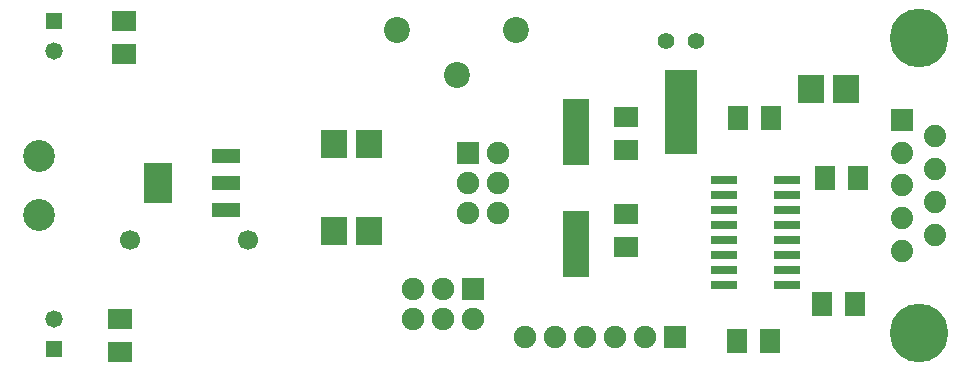
<source format=gbr>
G04 DipTrace 2.4.0.2*
%INÂåðõíÿÿìàñêà.gbr*%
%MOIN*%
%ADD46C,0.0669*%
%ADD57C,0.0559*%
%ADD59R,0.0866X0.2244*%
%ADD61R,0.0925X0.1358*%
%ADD63R,0.0925X0.0453*%
%ADD69R,0.0866X0.0315*%
%ADD73R,0.1063X0.2835*%
%ADD81C,0.1063*%
%ADD83C,0.1953*%
%ADD85C,0.0744*%
%ADD87R,0.0744X0.0744*%
%ADD89C,0.0748*%
%ADD91R,0.0748X0.0748*%
%ADD93R,0.0579X0.0579*%
%ADD95C,0.0579*%
%ADD97R,0.0866X0.0945*%
%ADD98R,0.0709X0.0787*%
%ADD100R,0.0787X0.0709*%
%ADD102C,0.0866*%
%FSLAX44Y44*%
G04*
G70*
G90*
G75*
G01*
%LNTopMask*%
%LPD*%
D102*
X17703Y15562D3*
X21640D3*
X19672Y14066D3*
D100*
X25328Y11562D3*
Y12664D3*
Y9437D3*
Y8335D3*
D97*
X31476Y13602D3*
X32657D3*
X16759Y8875D3*
X15578D3*
X16766Y11750D3*
X15585D3*
D98*
X32956Y6437D3*
X31854D3*
X31968Y10614D3*
X33070D3*
X30129Y5198D3*
X29027D3*
X29038Y12625D3*
X30141D3*
D95*
X6266Y5937D3*
D93*
Y4937D3*
D95*
Y14875D3*
D93*
Y15875D3*
D91*
X26956Y5312D3*
D89*
X25956D3*
X24956D3*
X23956D3*
X22956D3*
X21956D3*
D87*
X34516Y12562D3*
D85*
Y11471D3*
Y10381D3*
Y9290D3*
Y8200D3*
X35634Y12017D3*
Y10926D3*
Y9835D3*
Y8745D3*
D83*
X35075Y15300D3*
Y5461D3*
D81*
X5756Y9394D3*
Y11362D3*
D91*
X20236Y6929D3*
D89*
Y5929D3*
X19236Y6929D3*
Y5929D3*
X18236Y6929D3*
Y5929D3*
D91*
X20039Y11457D3*
D89*
X21039D3*
X20039Y10457D3*
X21039D3*
X20039Y9457D3*
X21039D3*
D46*
X8792Y8578D3*
X12729D3*
D73*
X27141Y12812D3*
D100*
X8453Y4812D3*
Y5914D3*
X8578Y15875D3*
Y14772D3*
D69*
X30703Y7062D3*
Y7562D3*
Y8062D3*
Y8562D3*
Y9062D3*
Y9562D3*
Y10062D3*
Y10562D3*
X28577D3*
Y10062D3*
Y9562D3*
Y9062D3*
Y8562D3*
Y8062D3*
Y7562D3*
Y7062D3*
D63*
X12000Y9548D3*
Y10454D3*
Y11359D3*
D61*
X9717Y10454D3*
D59*
X23641Y8437D3*
Y12177D3*
D57*
X27641Y15187D3*
X26641D3*
M02*

</source>
